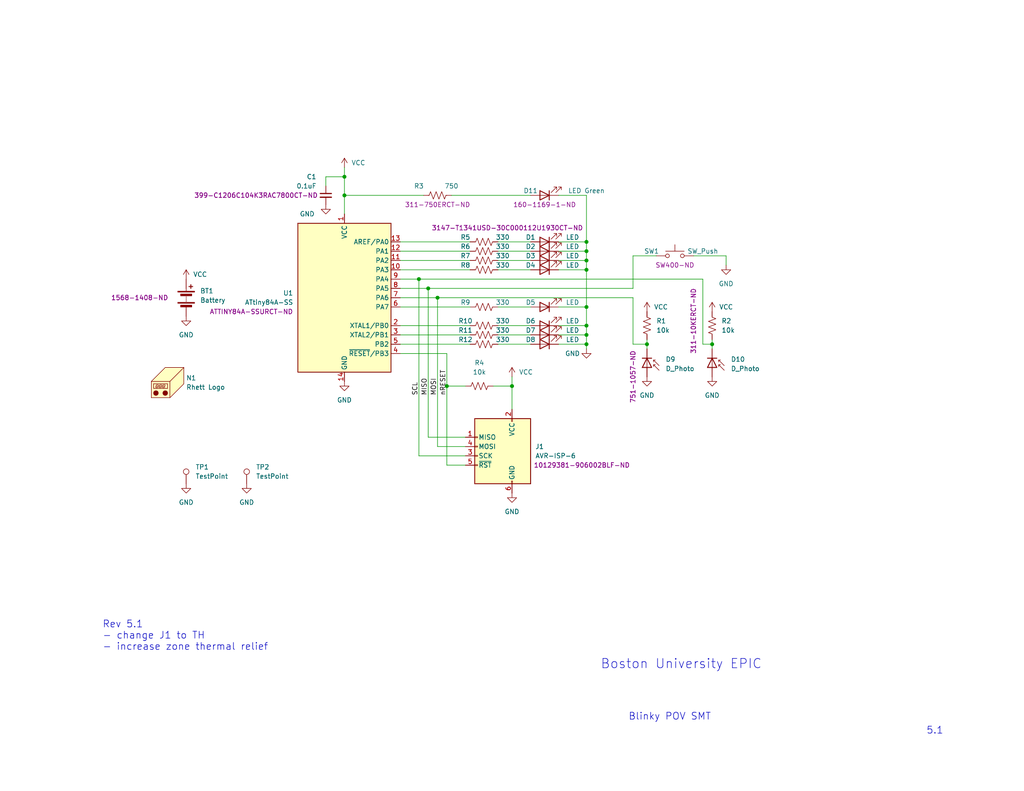
<source format=kicad_sch>
(kicad_sch (version 20230121) (generator eeschema)
  (paper "USLetter")
  (lib_symbols
    (symbol "Connector:AVR-ISP-6" (pin_names (offset 1.016))
      (property "Reference" "J" (at -6.35 11.43 0))
      (property "Value" "AVR-ISP-6" (at 0 11.43 0))
      (symbol "AVR-ISP-6_0_1"
        (rectangle (start -2.667 -6.858) (end -2.413 -7.62))
        (rectangle (start -2.667 10.16) (end -2.413 9.398))
        (rectangle (start 7.62 -2.413) (end 6.858 -2.667))
        (rectangle (start 7.62 0.127) (end 6.858 -0.127))
        (rectangle (start 7.62 2.667) (end 6.858 2.413))
        (rectangle (start 7.62 5.207) (end 6.858 4.953))
        (rectangle (start 7.62 10.16) (end -7.62 -7.62) (stroke (width 0.254)) (fill (type background)))
      )
      (symbol "AVR-ISP-6_1_1"
        (pin passive line (at 10.16 5.08 180) (length 2.54) (name "MISO") (number "1"))
        (pin passive line (at -2.54 12.7 270) (length 2.54) (name "VCC") (number "2"))
        (pin passive line (at 10.16 0 180) (length 2.54) (name "SCK") (number "3"))
        (pin passive line (at 10.16 2.54 180) (length 2.54) (name "MOSI") (number "4"))
        (pin passive line (at 10.16 -2.54 180) (length 2.54) (name "~{RST}") (number "5"))
        (pin passive line (at -2.54 -10.16 90) (length 2.54) (name "GND") (number "6"))
      )
    )
    (symbol "Connector:TestPoint" (pin_numbers hide) (pin_names (offset 0.762) hide)
      (property "Reference" "TP" (at 0 6.858 0))
      (property "Value" "TestPoint" (at 0 5.08 0))
      (symbol "TestPoint_0_1"
        (circle (center 0 3.302) (radius 0.762))
      )
      (symbol "TestPoint_1_1"
        (pin passive line (at 0 0 90) (length 2.54) (name "1") (number "1"))
      )
    )
    (symbol "Device:Battery" (pin_numbers hide) (pin_names (offset 0) hide)
      (property "Reference" "BT" (at 2.54 2.54 0))
      (property "Value" "Battery" (at 2.54 0 0))
      (symbol "Battery_0_1"
        (rectangle (start -2.286 -1.27) (end 2.286 -1.524) (fill (type outline)))
        (rectangle (start -2.286 1.778) (end 2.286 1.524) (fill (type outline)))
        (rectangle (start -1.524 -2.032) (end 1.524 -2.54) (fill (type outline)))
        (rectangle (start -1.524 1.016) (end 1.524 0.508) (fill (type outline)))
        (polyline (pts (xy 0 -1.016) (xy 0 -0.762)))
        (polyline (pts (xy 0 -0.508) (xy 0 -0.254)))
        (polyline (pts (xy 0 0) (xy 0 0.254)))
        (polyline (pts (xy 0 1.778) (xy 0 2.54)))
        (polyline (pts (xy 0.762 3.048) (xy 1.778 3.048)) (stroke (width 0.254)))
        (polyline (pts (xy 1.27 3.556) (xy 1.27 2.54)) (stroke (width 0.254)))
      )
      (symbol "Battery_1_1"
        (pin passive line (at 0 5.08 270) (length 2.54) (name "+") (number "1"))
        (pin passive line (at 0 -5.08 90) (length 2.54) (name "-") (number "2"))
      )
    )
    (symbol "Device:C_Small" (pin_numbers hide) (pin_names (offset 0.254) hide)
      (property "Reference" "C" (at 0.254 1.778 0))
      (property "Value" "C_Small" (at 0.254 -2.032 0))
      (symbol "C_Small_0_1"
        (polyline (pts (xy -1.524 -0.508) (xy 1.524 -0.508)) (stroke (width 0.3302)))
        (polyline (pts (xy -1.524 0.508) (xy 1.524 0.508)) (stroke (width 0.3048)))
      )
      (symbol "C_Small_1_1"
        (pin passive line (at 0 2.54 270) (length 2.032) (name "~") (number "1"))
        (pin passive line (at 0 -2.54 90) (length 2.032) (name "~") (number "2"))
      )
    )
    (symbol "Device:D_Photo" (pin_numbers hide) (pin_names hide)
      (property "Reference" "D" (at 0.508 1.778 0))
      (property "Value" "D_Photo" (at -1.016 -2.794 0))
      (symbol "D_Photo_0_1"
        (polyline (pts (xy -2.54 1.27) (xy -2.54 -1.27)) (stroke (width 0.254)))
        (polyline (pts (xy -2.032 1.778) (xy -1.524 1.778)))
        (polyline (pts (xy 0 0) (xy -2.54 0)))
        (polyline (pts (xy -0.508 3.302) (xy -2.032 1.778) (xy -2.032 2.286)))
        (polyline (pts (xy 0 -1.27) (xy 0 1.27) (xy -2.54 0) (xy 0 -1.27)) (stroke (width 0.254)))
        (polyline (pts (xy 0.762 3.302) (xy -0.762 1.778) (xy -0.762 2.286) (xy -0.762 1.778) (xy -0.254 1.778)))
      )
      (symbol "D_Photo_1_1"
        (pin passive line (at -5.08 0 0) (length 2.54) (name "K") (number "1"))
        (pin passive line (at 2.54 0 180) (length 2.54) (name "A") (number "2"))
      )
    )
    (symbol "Device:LED" (pin_numbers hide) (pin_names (offset 1.016) hide)
      (property "Reference" "D" (at 0 2.54 0))
      (property "Value" "LED" (at 0 -2.54 0))
      (symbol "LED_0_1"
        (polyline (pts (xy -1.27 -1.27) (xy -1.27 1.27)) (stroke (width 0.254)))
        (polyline (pts (xy -1.27 0) (xy 1.27 0)))
        (polyline (pts (xy 1.27 -1.27) (xy 1.27 1.27) (xy -1.27 0) (xy 1.27 -1.27)) (stroke (width 0.254)))
        (polyline (pts (xy -3.048 -0.762) (xy -4.572 -2.286) (xy -3.81 -2.286) (xy -4.572 -2.286) (xy -4.572 -1.524)))
        (polyline (pts (xy -1.778 -0.762) (xy -3.302 -2.286) (xy -2.54 -2.286) (xy -3.302 -2.286) (xy -3.302 -1.524)))
      )
      (symbol "LED_1_1"
        (pin passive line (at -3.81 0 0) (length 2.54) (name "K") (number "1"))
        (pin passive line (at 3.81 0 180) (length 2.54) (name "A") (number "2"))
      )
    )
    (symbol "Device:R_US" (pin_numbers hide) (pin_names (offset 0))
      (property "Reference" "R" (at 2.54 0 90))
      (property "Value" "R_US" (at -2.54 0 90))
      (symbol "R_US_0_1"
        (polyline (pts (xy 0 -2.286) (xy 0 -2.54)))
        (polyline (pts (xy 0 2.286) (xy 0 2.54)))
        (polyline (pts (xy 0 -0.762) (xy 1.016 -1.143) (xy 0 -1.524) (xy -1.016 -1.905) (xy 0 -2.286)))
        (polyline (pts (xy 0 0.762) (xy 1.016 0.381) (xy 0 0) (xy -1.016 -0.381) (xy 0 -0.762)))
        (polyline (pts (xy 0 2.286) (xy 1.016 1.905) (xy 0 1.524) (xy -1.016 1.143) (xy 0 0.762)))
      )
      (symbol "R_US_1_1"
        (pin passive line (at 0 3.81 270) (length 1.27) (name "~") (number "1"))
        (pin passive line (at 0 -3.81 90) (length 1.27) (name "~") (number "2"))
      )
    )
    (symbol "MCU_Microchip_ATtiny:ATtiny84A-SS"
      (property "Reference" "U" (at -12.7 21.59 0))
      (property "Value" "ATtiny84A-SS" (at 2.54 -21.59 0))
      (symbol "ATtiny84A-SS_0_1"
        (rectangle (start -12.7 -20.32) (end 12.7 20.32) (stroke (width 0.254)) (fill (type background)))
      )
      (symbol "ATtiny84A-SS_1_1"
        (pin power_in line (at 0 22.86 270) (length 2.54) (name "VCC") (number "1"))
        (pin bidirectional line (at 15.24 7.62 180) (length 2.54) (name "PA3") (number "10"))
        (pin bidirectional line (at 15.24 10.16 180) (length 2.54) (name "PA2") (number "11"))
        (pin bidirectional line (at 15.24 12.7 180) (length 2.54) (name "PA1") (number "12"))
        (pin bidirectional line (at 15.24 15.24 180) (length 2.54) (name "AREF/PA0") (number "13"))
        (pin power_in line (at 0 -22.86 90) (length 2.54) (name "GND") (number "14"))
        (pin bidirectional line (at 15.24 -7.62 180) (length 2.54) (name "XTAL1/PB0") (number "2"))
        (pin bidirectional line (at 15.24 -10.16 180) (length 2.54) (name "XTAL2/PB1") (number "3"))
        (pin bidirectional line (at 15.24 -15.24 180) (length 2.54) (name "~{RESET}/PB3") (number "4"))
        (pin bidirectional line (at 15.24 -12.7 180) (length 2.54) (name "PB2") (number "5"))
        (pin bidirectional line (at 15.24 -2.54 180) (length 2.54) (name "PA7") (number "6"))
        (pin bidirectional line (at 15.24 0 180) (length 2.54) (name "PA6") (number "7"))
        (pin bidirectional line (at 15.24 2.54 180) (length 2.54) (name "PA5") (number "8"))
        (pin bidirectional line (at 15.24 5.08 180) (length 2.54) (name "PA4") (number "9"))
      )
    )
    (symbol "Mechanical:Housing" (pin_names (offset 1.016))
      (property "Reference" "N" (at 3.81 0 0))
      (property "Value" "Housing" (at 3.81 -1.905 0))
      (symbol "Housing_0_1"
        (rectangle (start -5.08 -0.635) (end -1.27 -1.905))
        (circle (center -4.445 -3.175) (radius 0.635) (fill (type outline)))
        (circle (center -1.905 -3.175) (radius 0.635) (fill (type outline)))
        (polyline (pts (xy -4.5212 -1.5748) (xy -4.4704 -1.3716)))
        (polyline (pts (xy -4.4196 -1.6764) (xy -4.064 -1.6764)))
        (polyline (pts (xy -4.4196 -1.2192) (xy -4.3688 -0.9652)))
        (polyline (pts (xy -4.318 -1.3208) (xy -4.0132 -1.3208)))
        (polyline (pts (xy -4.2164 -0.9144) (xy -3.9116 -0.9144)))
        (polyline (pts (xy -3.9116 -1.6256) (xy -3.8608 -1.3716)))
        (polyline (pts (xy -3.81 -1.2192) (xy -3.7592 -0.9652)))
        (polyline (pts (xy -3.6068 -1.5748) (xy -3.556 -1.3716)))
        (polyline (pts (xy -3.5052 -1.6764) (xy -3.1496 -1.6764)))
        (polyline (pts (xy -3.5052 -1.2192) (xy -3.4544 -0.9652)))
        (polyline (pts (xy -3.4036 -1.3208) (xy -3.0988 -1.3208)))
        (polyline (pts (xy -3.302 -0.9144) (xy -2.9972 -0.9144)))
        (polyline (pts (xy -2.9972 -1.6256) (xy -2.9464 -1.3716)))
        (polyline (pts (xy -2.8956 -1.2192) (xy -2.8448 -0.9652)))
        (polyline (pts (xy -2.6924 -1.5748) (xy -2.6416 -1.3716)))
        (polyline (pts (xy -2.5908 -1.6764) (xy -2.2352 -1.6764)))
        (polyline (pts (xy -2.5908 -1.2192) (xy -2.54 -0.9652)))
        (polyline (pts (xy -2.4892 -1.3208) (xy -2.1844 -1.3208)))
        (polyline (pts (xy -2.3876 -0.9144) (xy -2.0828 -0.9144)))
        (polyline (pts (xy -2.0828 -1.6256) (xy -2.032 -1.3716)))
        (polyline (pts (xy -1.9812 -1.2192) (xy -1.9304 -0.9652)))
        (polyline (pts (xy -0.635 0) (xy -0.635 -4.445)))
        (polyline (pts (xy -5.715 0) (xy -0.635 0) (xy 3.175 3.81)))
        (polyline (pts (xy -5.715 0) (xy -5.715 -4.445) (xy -0.635 -4.445) (xy 3.175 -0.635) (xy 3.175 3.81) (xy -1.905 3.81) (xy -5.715 0)) (fill (type background)))
      )
    )
    (symbol "Switch:SW_Push" (pin_numbers hide) (pin_names (offset 1.016) hide)
      (property "Reference" "SW" (at 1.27 2.54 0))
      (property "Value" "SW_Push" (at 0 -1.524 0))
      (symbol "SW_Push_0_1"
        (circle (center -2.032 0) (radius 0.508))
        (polyline (pts (xy 0 1.27) (xy 0 3.048)))
        (polyline (pts (xy 2.54 1.27) (xy -2.54 1.27)))
        (circle (center 2.032 0) (radius 0.508))
        (pin passive line (at -5.08 0 0) (length 2.54) (name "1") (number "1"))
        (pin passive line (at 5.08 0 180) (length 2.54) (name "2") (number "2"))
      )
    )
    (symbol "power:GND" (power) (pin_names (offset 0))
      (property "Value" "GND" (at 0 -3.81 0))
      (symbol "GND_0_1"
        (polyline (pts (xy 0 0) (xy 0 -1.27) (xy 1.27 -1.27) (xy 0 -2.54) (xy -1.27 -1.27) (xy 0 -1.27)))
      )
      (symbol "GND_1_1"
        (pin power_in line (at 0 0 270) (length 0) hide (name "GND") (number "1"))
      )
    )
    (symbol "power:VCC" (power) (pin_names (offset 0))
      (property "Value" "VCC" (at 0 3.81 0))
      (symbol "VCC_0_1"
        (polyline (pts (xy -0.762 1.27) (xy 0 2.54)))
        (polyline (pts (xy 0 0) (xy 0 2.54)))
        (polyline (pts (xy 0 2.54) (xy 0.762 1.27)))
      )
      (symbol "VCC_1_1"
        (pin power_in line (at 0 0 90) (length 0) hide (name "VCC") (number "1"))
      )
    )
  )
  (junction (at 116.84 78.74))
  (junction (at 160.02 88.9))
  (junction (at 160.02 66.04))
  (junction (at 121.92 105.41))
  (junction (at 160.02 93.98))
  (junction (at 93.98 48.26))
  (junction (at 160.02 83.82))
  (junction (at 176.53 93.98))
  (junction (at 194.31 93.98))
  (junction (at 160.02 68.58))
  (junction (at 160.02 91.44))
  (junction (at 139.7 105.41))
  (junction (at 119.38 81.28))
  (junction (at 160.02 71.12))
  (junction (at 93.98 53.34))
  (junction (at 114.3 76.2))
  (junction (at 160.02 73.66))
  (wire (pts (xy 127 121.92) (xy 119.38 121.92)))
  (wire (pts (xy 109.22 83.82) (xy 128.27 83.82)))
  (wire (pts (xy 172.72 69.85) (xy 172.72 78.74)))
  (wire (pts (xy 194.31 93.98) (xy 194.31 95.25)))
  (wire (pts (xy 127 119.38) (xy 116.84 119.38)))
  (wire (pts (xy 152.4 71.12) (xy 160.02 71.12)))
  (wire (pts (xy 152.4 91.44) (xy 160.02 91.44)))
  (wire (pts (xy 116.84 78.74) (xy 116.84 119.38)))
  (wire (pts (xy 93.98 45.72) (xy 93.98 48.26)))
  (wire (pts (xy 176.53 93.98) (xy 176.53 95.25)))
  (wire (pts (xy 160.02 73.66) (xy 160.02 83.82)))
  (wire (pts (xy 114.3 76.2) (xy 114.3 124.46)))
  (wire (pts (xy 109.22 96.52) (xy 121.92 96.52)))
  (wire (pts (xy 172.72 81.28) (xy 172.72 93.98)))
  (wire (pts (xy 114.3 76.2) (xy 191.77 76.2)))
  (wire (pts (xy 123.19 53.34) (xy 144.78 53.34)))
  (wire (pts (xy 119.38 81.28) (xy 172.72 81.28)))
  (wire (pts (xy 191.77 93.98) (xy 194.31 93.98)))
  (wire (pts (xy 93.98 48.26) (xy 93.98 53.34)))
  (wire (pts (xy 139.7 105.41) (xy 139.7 111.76)))
  (wire (pts (xy 152.4 66.04) (xy 160.02 66.04)))
  (wire (pts (xy 109.22 88.9) (xy 128.27 88.9)))
  (wire (pts (xy 135.89 68.58) (xy 144.78 68.58)))
  (wire (pts (xy 135.89 91.44) (xy 144.78 91.44)))
  (wire (pts (xy 160.02 83.82) (xy 160.02 88.9)))
  (wire (pts (xy 152.4 93.98) (xy 160.02 93.98)))
  (wire (pts (xy 172.72 69.85) (xy 179.07 69.85)))
  (wire (pts (xy 127 127) (xy 121.92 127)))
  (wire (pts (xy 160.02 71.12) (xy 160.02 73.66)))
  (wire (pts (xy 109.22 73.66) (xy 128.27 73.66)))
  (wire (pts (xy 109.22 78.74) (xy 116.84 78.74)))
  (wire (pts (xy 93.98 53.34) (xy 115.57 53.34)))
  (wire (pts (xy 93.98 53.34) (xy 93.98 58.42)))
  (wire (pts (xy 121.92 96.52) (xy 121.92 105.41)))
  (wire (pts (xy 160.02 66.04) (xy 160.02 53.34)))
  (wire (pts (xy 116.84 78.74) (xy 172.72 78.74)))
  (wire (pts (xy 152.4 73.66) (xy 160.02 73.66)))
  (wire (pts (xy 135.89 93.98) (xy 144.78 93.98)))
  (wire (pts (xy 109.22 93.98) (xy 128.27 93.98)))
  (wire (pts (xy 198.12 69.85) (xy 198.12 72.39)))
  (wire (pts (xy 160.02 88.9) (xy 160.02 91.44)))
  (wire (pts (xy 119.38 81.28) (xy 119.38 121.92)))
  (wire (pts (xy 152.4 68.58) (xy 160.02 68.58)))
  (wire (pts (xy 134.62 105.41) (xy 139.7 105.41)))
  (wire (pts (xy 109.22 76.2) (xy 114.3 76.2)))
  (wire (pts (xy 109.22 66.04) (xy 128.27 66.04)))
  (wire (pts (xy 194.31 92.71) (xy 194.31 93.98)))
  (wire (pts (xy 160.02 91.44) (xy 160.02 93.98)))
  (wire (pts (xy 191.77 76.2) (xy 191.77 93.98)))
  (wire (pts (xy 127 124.46) (xy 114.3 124.46)))
  (wire (pts (xy 152.4 88.9) (xy 160.02 88.9)))
  (wire (pts (xy 121.92 105.41) (xy 121.92 127)))
  (wire (pts (xy 152.4 83.82) (xy 160.02 83.82)))
  (wire (pts (xy 189.23 69.85) (xy 198.12 69.85)))
  (wire (pts (xy 139.7 102.87) (xy 139.7 105.41)))
  (wire (pts (xy 121.92 105.41) (xy 127 105.41)))
  (wire (pts (xy 160.02 53.34) (xy 152.4 53.34)))
  (wire (pts (xy 109.22 91.44) (xy 128.27 91.44)))
  (wire (pts (xy 176.53 92.71) (xy 176.53 93.98)))
  (wire (pts (xy 135.89 73.66) (xy 144.78 73.66)))
  (wire (pts (xy 109.22 81.28) (xy 119.38 81.28)))
  (wire (pts (xy 160.02 68.58) (xy 160.02 71.12)))
  (wire (pts (xy 160.02 93.98) (xy 160.02 95.25)))
  (wire (pts (xy 88.9 48.26) (xy 93.98 48.26)))
  (wire (pts (xy 109.22 71.12) (xy 128.27 71.12)))
  (wire (pts (xy 160.02 66.04) (xy 160.02 68.58)))
  (wire (pts (xy 135.89 88.9) (xy 144.78 88.9)))
  (wire (pts (xy 135.89 66.04) (xy 144.78 66.04)))
  (wire (pts (xy 172.72 93.98) (xy 176.53 93.98)))
  (wire (pts (xy 109.22 68.58) (xy 128.27 68.58)))
  (wire (pts (xy 135.89 83.82) (xy 144.78 83.82)))
  (wire (pts (xy 88.9 50.8) (xy 88.9 48.26)))
  (wire (pts (xy 135.89 71.12) (xy 144.78 71.12)))
  (text "Rev 5.1 \n- change J1 to TH\n- increase zone thermal relief" (at 27.94 177.8 0) (effects (font (size 1.905 1.905)) (justify left bottom)))
  (text "5.1" (at 252.73 200.66 0) (effects (font (size 1.905 1.905)) (justify left bottom)))
  (text "Boston University EPIC" (at 163.83 182.88 0) (effects (font (size 2.54 2.54)) (justify left bottom)))
  (text "Blinky POV SMT" (at 171.45 196.85 0) (effects (font (size 1.905 1.905)) (justify left bottom)))
  (label "SCL" (at 114.3 107.95 90))
  (label "MISO" (at 116.84 107.95 90))
  (label "nRESET" (at 121.92 107.95 90))
  (label "MOSI" (at 119.38 107.95 90))
  (symbol (lib_id "Device:R_US") (at 132.08 88.9 90) (unit 1)
    (property "Reference" "R10" (at 127 87.63 90))
    (property "Value" "330" (at 137.16 87.63 90))
    (property "Footprint" "Resistor_SMD:R_1206_3216Metric_Pad1.30x1.75mm_HandSolder" (effects hide))
    (property "CatNo" "311-330ERCT-ND" (effects hide))
  )
  (symbol (lib_id "Device:C_Small") (at 88.9 53.34 0) (unit 1)
    (property "Reference" "C1" (at 86.36 48.26 0) (effects (justify right)))
    (property "Value" "0.1uF" (at 86.36 50.8 0) (effects (justify right)))
    (property "Footprint" "Capacitor_SMD:C_1206_3216Metric_Pad1.33x1.80mm_HandSolder" (effects hide))
    (property "CatNo" "399-C1206C104K3RAC7800CT-ND" (at 69.85 53.34 0))
  )
  (symbol (lib_id "power:GND") (at 88.9 55.88 0) (unit 1)
    (property "Reference" "#PWR012" (effects hide))
    (property "Value" "GND" (at 83.82 58.42 0))
  )
  (symbol (lib_id "power:GND") (at 160.02 95.25 0) (unit 1)
    (property "Reference" "#PWR01" (effects hide))
    (property "Value" "GND" (at 156.21 96.52 0))
  )
  (symbol (lib_id "Device:R_US") (at 132.08 68.58 90) (unit 1)
    (property "Reference" "R6" (at 127 67.31 90))
    (property "Value" "330" (at 137.16 67.31 90))
    (property "Footprint" "Resistor_SMD:R_1206_3216Metric_Pad1.30x1.75mm_HandSolder" (effects hide))
    (property "CatNo" "311-330ERCT-ND" (effects hide))
  )
  (symbol (lib_id "Device:LED") (at 148.59 88.9 180) (unit 1)
    (property "Reference" "D6" (at 144.78 87.63 0))
    (property "Value" "LED" (at 156.21 87.63 0))
    (property "Footprint" "LED_SMD:LED_1206_3216Metric_Pad1.42x1.75mm_HandSolder" (effects hide))
    (property "CatNo" "3147-T1341USD-30C000112U1930CT-ND" (effects hide))
  )
  (symbol (lib_id "power:VCC") (at 93.98 45.72 0) (unit 1)
    (property "Reference" "#PWR09" (effects hide))
    (property "Value" "VCC" (at 97.79 44.45 0))
  )
  (symbol (lib_id "Device:LED") (at 148.59 71.12 180) (unit 1)
    (property "Reference" "D3" (at 144.78 69.85 0))
    (property "Value" "LED" (at 156.21 69.85 0))
    (property "Footprint" "LED_SMD:LED_1206_3216Metric_Pad1.42x1.75mm_HandSolder" (effects hide))
    (property "CatNo" "3147-T1341USD-30C000112U1930CT-ND" (effects hide))
  )
  (symbol (lib_id "power:GND") (at 50.8 86.36 0) (unit 1)
    (property "Reference" "#PWR011" (effects hide))
    (property "Value" "GND" (at 50.8 91.44 0))
  )
  (symbol (lib_id "power:GND") (at 93.98 104.14 0) (unit 1)
    (property "Reference" "#PWR08" (effects hide))
    (property "Value" "GND" (at 93.98 109.22 0))
  )
  (symbol (lib_id "Device:R_US") (at 132.08 83.82 90) (unit 1)
    (property "Reference" "R9" (at 127 82.55 90))
    (property "Value" "330" (at 137.16 82.55 90))
    (property "Footprint" "Resistor_SMD:R_1206_3216Metric_Pad1.30x1.75mm_HandSolder" (effects hide))
    (property "CatNo" "311-330ERCT-ND" (effects hide))
  )
  (symbol (lib_id "Device:R_US") (at 176.53 88.9 0) (unit 1)
    (property "Reference" "R1" (at 179.07 87.63 0) (effects (justify left)))
    (property "Value" "10k" (at 179.07 90.17 0) (effects (justify left)))
    (property "Footprint" "Resistor_SMD:R_1206_3216Metric_Pad1.30x1.75mm_HandSolder" (effects hide))
    (property "CatNo" "311-10KERCT-ND" (effects hide))
  )
  (symbol (lib_id "Device:LED") (at 148.59 73.66 180) (unit 1)
    (property "Reference" "D4" (at 144.78 72.39 0))
    (property "Value" "LED" (at 156.21 72.39 0))
    (property "Footprint" "LED_SMD:LED_1206_3216Metric_Pad1.42x1.75mm_HandSolder" (effects hide))
    (property "CatNo" "3147-T1341USD-30C000112U1930CT-ND" (effects hide))
  )
  (symbol (lib_id "Device:D_Photo") (at 176.53 100.33 270) (unit 1)
    (property "Reference" "D9" (at 181.61 98.1075 90) (effects (justify left)))
    (property "Value" "D_Photo" (at 181.61 100.6475 90) (effects (justify left)))
    (property "Footprint" "LED_THT:LED_D3.0mm_Horizontal_O3.81mm_Z2.0mm" (effects hide))
    (property "CatNo" "751-1057-ND" (at 172.72 102.87 0))
  )
  (symbol (lib_id "Device:R_US") (at 132.08 71.12 90) (unit 1)
    (property "Reference" "R7" (at 127 69.85 90))
    (property "Value" "330" (at 137.16 69.85 90))
    (property "Footprint" "Resistor_SMD:R_1206_3216Metric_Pad1.30x1.75mm_HandSolder" (effects hide))
    (property "CatNo" "311-330ERCT-ND" (effects hide))
  )
  (symbol (lib_id "Connector:TestPoint") (at 67.31 132.08 0) (unit 1)
    (property "Reference" "TP2" (at 69.85 127.508 0) (effects (justify left)))
    (property "Value" "TestPoint" (at 69.85 130.048 0) (effects (justify left)))
    (property "Footprint" "TestPoint:TestPoint_Loop_D3.80mm_Drill2.0mm" (effects hide))
  )
  (symbol (lib_id "Device:R_US") (at 132.08 93.98 90) (unit 1)
    (property "Reference" "R12" (at 127 92.71 90))
    (property "Value" "330" (at 137.16 92.71 90))
    (property "Footprint" "Resistor_SMD:R_1206_3216Metric_Pad1.30x1.75mm_HandSolder" (effects hide))
    (property "CatNo" "311-330ERCT-ND" (effects hide))
  )
  (symbol (lib_id "power:VCC") (at 194.31 85.09 0) (unit 1)
    (property "Reference" "#PWR04" (effects hide))
    (property "Value" "VCC" (at 198.12 83.82 0))
  )
  (symbol (lib_id "power:VCC") (at 50.8 76.2 0) (unit 1)
    (property "Reference" "#PWR010" (effects hide))
    (property "Value" "VCC" (at 54.61 74.93 0))
  )
  (symbol (lib_id "MCU_Microchip_ATtiny:ATtiny84A-SS") (at 93.98 81.28 0) (unit 1)
    (property "Reference" "U1" (at 80.01 80.01 0) (effects (justify right)))
    (property "Value" "ATtiny84A-SS" (at 80.01 82.55 0) (effects (justify right)))
    (property "Footprint" "Package_SO:SOIC-14_3.9x8.7mm_P1.27mm" (effects hide))
    (property "Datasheet" "http://ww1.microchip.com/downloads/en/DeviceDoc/doc8183.pdf" (effects hide))
    (property "CatNo" "ATTINY84A-SSURCT-ND" (at 68.58 85.09 0))
  )
  (symbol (lib_id "Connector:TestPoint") (at 50.8 132.08 0) (unit 1)
    (property "Reference" "TP1" (at 53.34 127.508 0) (effects (justify left)))
    (property "Value" "TestPoint" (at 53.34 130.048 0) (effects (justify left)))
    (property "Footprint" "TestPoint:TestPoint_Loop_D3.80mm_Drill2.0mm" (effects hide))
  )
  (symbol (lib_id "Device:R_US") (at 119.38 53.34 90) (unit 1)
    (property "Reference" "R3" (at 114.3 50.8 90))
    (property "Value" "750" (at 123.19 50.8 90))
    (property "Footprint" "Resistor_SMD:R_1206_3216Metric_Pad1.30x1.75mm_HandSolder" (effects hide))
    (property "CatNo" "311-750ERCT-ND" (at 119.38 55.88 90))
  )
  (symbol (lib_id "Device:R_US") (at 132.08 91.44 90) (unit 1)
    (property "Reference" "R11" (at 127 90.17 90))
    (property "Value" "330" (at 137.16 90.17 90))
    (property "Footprint" "Resistor_SMD:R_1206_3216Metric_Pad1.30x1.75mm_HandSolder" (effects hide))
    (property "CatNo" "311-330ERCT-ND" (effects hide))
  )
  (symbol (lib_id "power:GND") (at 139.7 134.62 0) (unit 1)
    (property "Reference" "#PWR07" (effects hide))
    (property "Value" "GND" (at 139.7 139.7 0))
  )
  (symbol (lib_id "Device:R_US") (at 132.08 73.66 90) (unit 1)
    (property "Reference" "R8" (at 127 72.39 90))
    (property "Value" "330" (at 137.16 72.39 90))
    (property "Footprint" "Resistor_SMD:R_1206_3216Metric_Pad1.30x1.75mm_HandSolder" (effects hide))
    (property "CatNo" "311-330ERCT-ND" (effects hide))
  )
  (symbol (lib_id "power:GND") (at 50.8 132.08 0) (unit 1)
    (property "Reference" "#PWR014" (effects hide))
    (property "Value" "GND" (at 50.8 137.16 0))
  )
  (symbol (lib_id "Device:LED") (at 148.59 93.98 180) (unit 1)
    (property "Reference" "D8" (at 144.78 92.71 0))
    (property "Value" "LED" (at 156.21 92.71 0))
    (property "Footprint" "LED_SMD:LED_1206_3216Metric_Pad1.42x1.75mm_HandSolder" (effects hide))
    (property "CatNo" "3147-T1341USD-30C000112U1930CT-ND" (effects hide))
  )
  (symbol (lib_id "Device:Battery") (at 50.8 81.28 0) (unit 1)
    (property "Reference" "BT1" (at 54.61 79.4385 0) (effects (justify left)))
    (property "Value" "Battery" (at 54.61 81.9785 0) (effects (justify left)))
    (property "Footprint" "battery_wire:2PIN_battery_new2" (effects hide))
    (property "CatNo" "1568-1408-ND" (at 38.1 81.28 0))
  )
  (symbol (lib_id "Device:LED") (at 148.59 91.44 180) (unit 1)
    (property "Reference" "D7" (at 144.78 90.17 0))
    (property "Value" "LED" (at 156.21 90.17 0))
    (property "Footprint" "LED_SMD:LED_1206_3216Metric_Pad1.42x1.75mm_HandSolder" (effects hide))
    (property "CatNo" "3147-T1341USD-30C000112U1930CT-ND" (effects hide))
  )
  (symbol (lib_id "power:GND") (at 198.12 72.39 0) (unit 1)
    (property "Reference" "#PWR013" (effects hide))
    (property "Value" "GND" (at 198.12 77.47 0))
  )
  (symbol (lib_id "Device:LED") (at 148.59 83.82 180) (unit 1)
    (property "Reference" "D5" (at 144.78 82.55 0))
    (property "Value" "LED" (at 156.21 82.55 0))
    (property "Footprint" "LED_SMD:LED_1206_3216Metric_Pad1.42x1.75mm_HandSolder" (effects hide))
    (property "CatNo" "3147-T1341USD-30C000112U1930CT-ND" (effects hide))
  )
  (symbol (lib_id "Mechanical:Housing") (at 46.99 104.14 0) (unit 1)
    (property "Reference" "N1" (at 50.8 103.1875 0) (effects (justify left)))
    (property "Value" "Rhett Logo" (at 50.8 105.7275 0) (effects (justify left)))
    (property "Footprint" "rhett_logo:rhett_logo" (effects hide))
  )
  (symbol (lib_id "Device:R_US") (at 194.31 88.9 0) (unit 1)
    (property "Reference" "R2" (at 196.85 87.63 0) (effects (justify left)))
    (property "Value" "10k" (at 196.85 90.17 0) (effects (justify left)))
    (property "Footprint" "Resistor_SMD:R_1206_3216Metric_Pad1.30x1.75mm_HandSolder" (effects hide))
    (property "CatNo" "311-10KERCT-ND" (at 189.23 87.63 90))
  )
  (symbol (lib_id "power:GND") (at 176.53 102.87 0) (unit 1)
    (property "Reference" "#PWR02" (effects hide))
    (property "Value" "GND" (at 176.53 107.95 0))
  )
  (symbol (lib_id "Device:LED") (at 148.59 53.34 180) (unit 1)
    (property "Reference" "D11" (at 144.78 52.07 0))
    (property "Value" "LED Green" (at 160.02 52.07 0))
    (property "Footprint" "LED_SMD:LED_1206_3216Metric_Pad1.42x1.75mm_HandSolder" (effects hide))
    (property "MfgNo" "LTST-C150GKT" (effects hide))
    (property "CatNo" "160-1169-1-ND" (at 148.59 55.88 0))
  )
  (symbol (lib_id "Device:R_US") (at 130.81 105.41 90) (unit 1)
    (property "Reference" "R4" (at 130.81 99.06 90))
    (property "Value" "10k" (at 130.81 101.6 90))
    (property "Footprint" "Resistor_SMD:R_1206_3216Metric_Pad1.30x1.75mm_HandSolder" (effects hide))
    (property "CatNo" "311-10KERCT-ND" (effects hide))
  )
  (symbol (lib_id "Connector:AVR-ISP-6") (at 137.16 124.46 0) (mirror y) (unit 1)
    (property "Reference" "J1" (at 146.05 121.92 0) (effects (justify right)))
    (property "Value" "AVR-ISP-6" (at 146.05 124.46 0) (effects (justify right)))
    (property "Footprint" "Connector_PinHeader_2.54mm:PinHeader_2x03_P2.54mm_Vertical" (effects hide))
    (property "Datasheet" " ~" (effects hide))
    (property "CatNo" "10129381-906002BLF-ND" (at 158.75 127 0))
  )
  (symbol (lib_id "Device:LED") (at 148.59 66.04 180) (unit 1)
    (property "Reference" "D1" (at 144.78 64.77 0))
    (property "Value" "LED" (at 156.21 64.77 0))
    (property "Footprint" "LED_SMD:LED_1206_3216Metric_Pad1.42x1.75mm_HandSolder" (effects hide))
    (property "CatNo" "3147-T1341USD-30C000112U1930CT-ND" (at 138.43 62.23 0))
  )
  (symbol (lib_id "power:GND") (at 67.31 132.08 0) (unit 1)
    (property "Reference" "#PWR015" (effects hide))
    (property "Value" "GND" (at 67.31 137.16 0))
  )
  (symbol (lib_id "Device:D_Photo") (at 194.31 100.33 270) (unit 1)
    (property "Reference" "D10" (at 199.39 98.1075 90) (effects (justify left)))
    (property "Value" "D_Photo" (at 199.39 100.6475 90) (effects (justify left)))
    (property "Footprint" "LED_THT:LED_D3.0mm_Horizontal_O3.81mm_Z2.0mm" (effects hide))
    (property "CatNo" "751-1057-ND" (effects hide))
  )
  (symbol (lib_id "power:GND") (at 194.31 102.87 0) (unit 1)
    (property "Reference" "#PWR05" (effects hide))
    (property "Value" "GND" (at 194.31 107.95 0))
  )
  (symbol (lib_id "power:VCC") (at 139.7 102.87 0) (unit 1)
    (property "Reference" "#PWR06" (effects hide))
    (property "Value" "VCC" (at 143.51 101.6 0))
  )
  (symbol (lib_id "power:VCC") (at 176.53 85.09 0) (unit 1)
    (property "Reference" "#PWR03" (effects hide))
    (property "Value" "VCC" (at 180.34 83.82 0))
  )
  (symbol (lib_id "Device:R_US") (at 132.08 66.04 90) (unit 1)
    (property "Reference" "R5" (at 127 64.77 90))
    (property "Value" "330" (at 137.16 64.77 90))
    (property "Footprint" "Resistor_SMD:R_1206_3216Metric_Pad1.30x1.75mm_HandSolder" (effects hide))
    (property "CatNo" "311-330ERCT-ND" (effects hide))
  )
  (symbol (lib_id "Switch:SW_Push") (at 184.15 69.85 0) (unit 1)
    (property "Reference" "SW1" (at 177.8 68.58 0))
    (property "Value" "SW_Push" (at 191.77 68.58 0))
    (property "Footprint" "push_sw:BTN-B3F-1000" (effects hide))
    (property "CatNo" "SW400-ND" (at 184.15 72.39 0))
  )
  (symbol (lib_id "Device:LED") (at 148.59 68.58 180) (unit 1)
    (property "Reference" "D2" (at 144.78 67.31 0))
    (property "Value" "LED" (at 156.21 67.31 0))
    (property "Footprint" "LED_SMD:LED_1206_3216Metric_Pad1.42x1.75mm_HandSolder" (effects hide))
    (property "CatNo" "3147-T1341USD-30C000112U1930CT-ND" (effects hide))
  )
)
</source>
